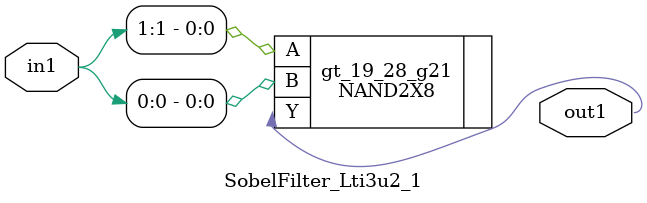
<source format=v>
`timescale 1ps / 1ps


module SobelFilter_Lti3u2_1(in1, out1);
  input [1:0] in1;
  output out1;
  wire [1:0] in1;
  wire out1;
  NAND2X8 gt_19_28_g21(.A (in1[1]), .B (in1[0]), .Y (out1));
endmodule


</source>
